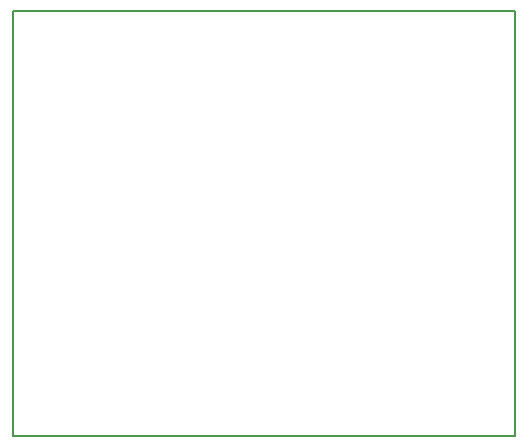
<source format=gbr>
G04 #@! TF.FileFunction,Profile,NP*
%FSLAX46Y46*%
G04 Gerber Fmt 4.6, Leading zero omitted, Abs format (unit mm)*
G04 Created by KiCad (PCBNEW 4.0.0-rc2-stable) date Mon 16 Nov 2015 05:30:53 PM PST*
%MOMM*%
G01*
G04 APERTURE LIST*
%ADD10C,0.100000*%
%ADD11C,0.150000*%
G04 APERTURE END LIST*
D10*
D11*
X94000000Y-45000000D02*
X96000000Y-45000000D01*
X94000000Y-81000000D02*
X94000000Y-45000000D01*
X96000000Y-81000000D02*
X94000000Y-81000000D01*
X136500000Y-81000000D02*
X131000000Y-81000000D01*
X136500000Y-45000000D02*
X136500000Y-81000000D01*
X131000000Y-45000000D02*
X136500000Y-45000000D01*
X131000000Y-81000000D02*
X96000000Y-81000000D01*
X96000000Y-45000000D02*
X131000000Y-45000000D01*
M02*

</source>
